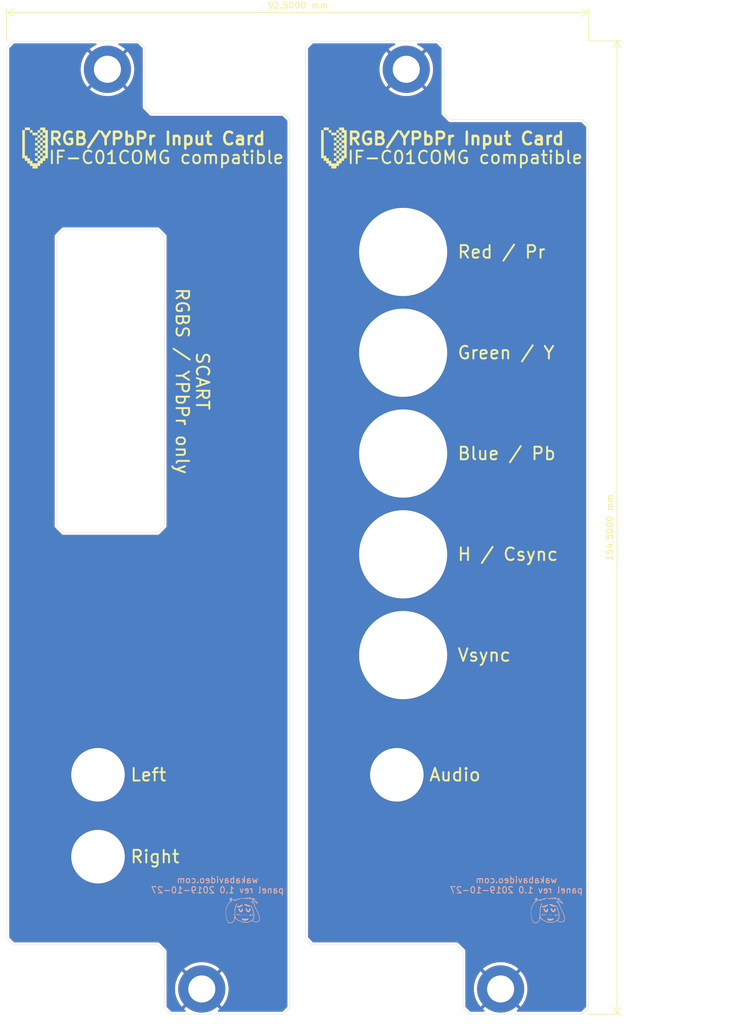
<source format=kicad_pcb>
(kicad_pcb (version 20211014) (generator pcbnew)
  (layers (0 "F.Cu" signal) (31 "B.Cu" signal) (34 "B.Paste" user) (35 "F.Paste" user) (36 "B.SilkS" user "B.Silkscreen") (37 "F.SilkS" user "F.Silkscreen") (38 "B.Mask" user) (39 "F.Mask" user) (44 "Edge.Cuts" user))
  (net 0 "")
  (net 1 "GNDA")
  (footprint "MountingHole:MountingHole_4.3mm_M4_DIN965_Pad" (layer "F.Cu") (at -104 2)
    (fp_text reference "REF**" hide)
    (fp_text value "MountingHole_4.3mm_M4_DIN965_Pad")
    (pad "1" thru_hole circle locked (at 0 0) (size 7.5 7.5) (drill 4.3) (layers *.Cu *.Mask) (net 1 "GNDA"))
  )
  (footprint "MountingHole:MountingHole_4.3mm_M4_DIN965_Pad" (layer "F.Cu") (at -89 148)
    (fp_text reference "REF**" hide)
    (fp_text value "MountingHole_4.3mm_M4_DIN965_Pad")
    (pad "1" thru_hole circle locked (at 0 0) (size 7.5 7.5) (drill 4.3) (layers *.Cu *.Mask) (net 1 "GNDA"))
  )
  (footprint "videobits:wakaba" (layer "F.Cu") (at -115.5 14.5)
    (fp_text reference "G***" hide)
    (fp_text value "LOGO" hide)
    (fp_poly (pts (xy -1.6256 -3.2512) (xy -0.8128 -3.2512) (xy -0.8128 -2.8448) (xy -1.6256 -2.8448) (xy -1.6256 -3.2512)) (layer "F.SilkS") (width 0.01) (fill solid))
    (fp_poly (pts (xy 0.8128 -3.2512) (xy 1.6256 -3.2512) (xy 1.6256 -2.8448) (xy 2.032 -2.8448) (xy 2.032 1.6256) (xy 1.6256 1.6256) (xy 1.6256 2.032) (xy 1.2192 2.032) (xy 1.2192 2.4384) (xy 0.8128 2.4384) (xy 0.8128 2.8448) (xy 0.4064 2.8448) (xy 0.4064 3.2512) (xy -0.4064 3.2512) (xy -0.4064 2.8448) (xy -0.8128 2.8448) (xy -0.8128 2.4384) (xy -1.2192 2.4384) (xy -1.2192 2.032) (xy -1.6256 2.032) (xy -1.6256 1.6256) (xy -2.032 1.6256) (xy -2.032 -2.8448) (xy -1.6256 -2.8448) (xy -1.6256 1.2192) (xy -1.2192 1.2192) (xy -1.2192 1.6256) (xy -0.8128 1.6256) (xy -0.8128 2.032) (xy -0.4064 2.032) (xy -0.4064 2.4384) (xy 0.4064 2.4384) (xy 0.4064 2.032) (xy 0.8128 2.032) (xy 0.8128 1.6256) (xy 1.2192 1.6256) (xy 1.2192 1.2192) (xy 1.6256 1.2192) (xy 1.6256 0.8128) (xy 1.2192 0.8128) (xy 1.2192 0.4064) (xy 1.6256 0.4064) (xy 1.6256 0) (xy 1.2192 0) (xy 1.2192 -0.4064) (xy 1.6256 -0.4064) (xy 1.6256 -0.8128) (xy 1.2192 -0.8128) (xy 1.2192 -1.2192) (xy 1.6256 -1.2192) (xy 1.6256 -1.6256) (xy 1.2192 -1.6256) (xy 1.2192 -2.032) (xy 1.6256 -2.032) (xy 1.6256 -2.4384) (xy 1.2192 -2.4384) (xy 1.2192 -2.8448) (xy 0.8128 -2.8448) (xy 0.8128 -3.2512)) (layer "F.SilkS") (width 0.01) (fill solid))
    (fp_poly (pts (xy 0.8128 0.8128) (xy 0.4064 0.8128) (xy 0.4064 0.4064) (xy 0.8128 0.4064) (xy 0.8128 0.8128)) (layer "F.SilkS") (width 0.01) (fill solid))
    (fp_poly (pts (xy 0 -0.4064) (xy 0 -0.8128) (xy 0.4064 -0.8128) (xy 0.4064 -0.4064) (xy 0 -0.4064)) (layer "F.SilkS") (width 0.01) (fill solid))
    (fp_poly (pts (xy 0.4064 2.032) (xy 0 2.032) (xy 0 1.6256) (xy 0.4064 1.6256) (xy 0.4064 2.032)) (layer "F.SilkS") (width 0.01) (fill solid))
    (fp_poly (pts (xy 0.8128 0) (xy 0.4064 0) (xy 0.4064 -0.4064) (xy 0.8128 -0.4064) (xy 0.8128 0)) (layer "F.SilkS") (width 0.01) (fill solid))
    (fp_poly (pts (xy 0.8128 1.6256) (xy 0.4064 1.6256) (xy 0.4064 1.2192) (xy 0.8128 1.2192) (xy 0.8128 1.6256)) (layer "F.SilkS") (width 0.01) (fill solid))
    (fp_poly (pts (xy 0 1.2192) (xy 0 0.8128) (xy 0.4064 0.8128) (xy 0.4064 1.2192) (xy 0 1.2192)) (layer "F.SilkS") (width 0.01) (fill solid))
    (fp_poly (pts (xy 0.8128 -0.8128) (xy 0.4064 -0.8128) (xy 0.4064 -1.2192) (xy 0.8128 -1.2192) (xy 0.8128 -0.8128)) (layer "F.SilkS") (width 0.01) (fill solid))
    (fp_poly (pts (xy 0.8128 0.8128) (xy 1.2192 0.8128) (xy 1.2192 1.2192) (xy 0.8128 1.2192) (xy 0.8128 0.8128)) (layer "F.SilkS") (width 0.01) (fill solid))
    (fp_poly (pts (xy 0.4064 -2.032) (xy 0.8128 -2.032) (xy 0.8128 -1.6256) (xy 0.4064 -1.6256) (xy 0.4064 -2.032)) (layer "F.SilkS") (width 0.01) (fill solid))
    (fp_poly (pts (xy 0 -1.2192) (xy 0 -1.6256) (xy 0.4064 -1.6256) (xy 0.4064 -1.2192) (xy 0 -1.2192)) (layer "F.SilkS") (width 0.01) (fill solid))
    (fp_poly (pts (xy 0.4064 -2.8448) (xy 0.8128 -2.8448) (xy 0.8128 -2.4384) (xy 0.4064 -2.4384) (xy 0.4064 -2.8448)) (layer "F.SilkS") (width 0.01) (fill solid))
    (fp_poly (pts (xy 0.8128 -1.6256) (xy 1.2192 -1.6256) (xy 1.2192 -1.2192) (xy 0.8128 -1.2192) (xy 0.8128 -1.6256)) (layer "F.SilkS") (width 0.01) (fill solid))
    (fp_poly (pts (xy 0.8128 0) (xy 1.2192 0) (xy 1.2192 0.4064) (xy 0.8128 0.4064) (xy 0.8128 0)) (layer "F.SilkS") (width 0.01) (fill solid))
    (fp_poly (pts (xy 0.8128 -0.8128) (xy 1.2192 -0.8128) (xy 1.2192 -0.4064) (xy 0.8128 -0.4064) (xy 0.8128 -0.8128)) (layer "F.SilkS") (width 0.01) (fill solid))
    (fp_poly (pts (xy 0 0.4064) (xy 0 0) (xy 0.4064 0) (xy 0.4064 0.4064) (xy 0 0.4064)) (layer "F.SilkS") (width 0.01) (fill solid))
    (fp_poly (pts (xy 0.8128 -2.4384) (xy 1.2192 -2.4384) (xy 1.2192 -2.032) (xy 0.8128 -2.032) (xy 0.8128 -2.4384)) (layer "F.SilkS") (width 0.01) (fill solid))
    (fp_poly (pts (xy -0.8128 -2.4384) (xy -0.8128 -2.8448) (xy -0.4064 -2.8448) (xy -0.4064 -2.4384) (xy -0.8128 -2.4384)) (layer "F.SilkS") (width 0.01) (fill solid))
    (fp_poly (pts (xy 0.4064 -2.4384) (xy 0.4064 -2.032) (xy -0.4064 -2.032) (xy -0.4064 -2.4384) (xy 0.4064 -2.4384)) (layer "F.SilkS") (width 0.01) (fill solid))
  )
  (footprint "videobits:wakaba" (layer "F.Cu") (at -163 14.5)
    (fp_text reference "G***" hide)
    (fp_text value "LOGO" hide)
    (fp_poly (pts (xy 0.4064 2.032) (xy 0 2.032) (xy 0 1.6256) (xy 0.4064 1.6256) (xy 0.4064 2.032)) (layer "F.SilkS") (width 0.01) (fill solid))
    (fp_poly (pts (xy 0.4064 -2.032) (xy 0.8128 -2.032) (xy 0.8128 -1.6256) (xy 0.4064 -1.6256) (xy 0.4064 -2.032)) (layer "F.SilkS") (width 0.01) (fill solid))
    (fp_poly (pts (xy 0.8128 1.6256) (xy 0.4064 1.6256) (xy 0.4064 1.2192) (xy 0.8128 1.2192) (xy 0.8128 1.6256)) (layer "F.SilkS") (width 0.01) (fill solid))
    (fp_poly (pts (xy 0.8128 0) (xy 0.4064 0) (xy 0.4064 -0.4064) (xy 0.8128 -0.4064) (xy 0.8128 0)) (layer "F.SilkS") (width 0.01) (fill solid))
    (fp_poly (pts (xy 0.8128 -2.4384) (xy 1.2192 -2.4384) (xy 1.2192 -2.032) (xy 0.8128 -2.032) (xy 0.8128 -2.4384)) (layer "F.SilkS") (width 0.01) (fill solid))
    (fp_poly (pts (xy 0 -0.4064) (xy 0 -0.8128) (xy 0.4064 -0.8128) (xy 0.4064 -0.4064) (xy 0 -0.4064)) (layer "F.SilkS") (width 0.01) (fill solid))
    (fp_poly (pts (xy 0.8128 -0.8128) (xy 1.2192 -0.8128) (xy 1.2192 -0.4064) (xy 0.8128 -0.4064) (xy 0.8128 -0.8128)) (layer "F.SilkS") (width 0.01) (fill solid))
    (fp_poly (pts (xy 0.8128 -0.8128) (xy 0.4064 -0.8128) (xy 0.4064 -1.2192) (xy 0.8128 -1.2192) (xy 0.8128 -0.8128)) (layer "F.SilkS") (width 0.01) (fill solid))
    (fp_poly (pts (xy 0.8128 0) (xy 1.2192 0) (xy 1.2192 0.4064) (xy 0.8128 0.4064) (xy 0.8128 0)) (layer "F.SilkS") (width 0.01) (fill solid))
    (fp_poly (pts (xy 0.8128 -1.6256) (xy 1.2192 -1.6256) (xy 1.2192 -1.2192) (xy 0.8128 -1.2192) (xy 0.8128 -1.6256)) (layer "F.SilkS") (width 0.01) (fill solid))
    (fp_poly (pts (xy -0.8128 -2.4384) (xy -0.8128 -2.8448) (xy -0.4064 -2.8448) (xy -0.4064 -2.4384) (xy -0.8128 -2.4384)) (layer "F.SilkS") (width 0.01) (fill solid))
    (fp_poly (pts (xy 0.4064 -2.8448) (xy 0.8128 -2.8448) (xy 0.8128 -2.4384) (xy 0.4064 -2.4384) (xy 0.4064 -2.8448)) (layer "F.SilkS") (width 0.01) (fill solid))
    (fp_poly (pts (xy 0 0.4064) (xy 0 0) (xy 0.4064 0) (xy 0.4064 0.4064) (xy 0 0.4064)) (layer "F.SilkS") (width 0.01) (fill solid))
    (fp_poly (pts (xy 0 -1.2192) (xy 0 -1.6256) (xy 0.4064 -1.6256) (xy 0.4064 -1.2192) (xy 0 -1.2192)) (layer "F.SilkS") (width 0.01) (fill solid))
    (fp_poly (pts (xy 0.4064 -2.4384) (xy 0.4064 -2.032) (xy -0.4064 -2.032) (xy -0.4064 -2.4384) (xy 0.4064 -2.4384)) (layer "F.SilkS") (width 0.01) (fill solid))
    (fp_poly (pts (xy 0.8128 0.8128) (xy 0.4064 0.8128) (xy 0.4064 0.4064) (xy 0.8128 0.4064) (xy 0.8128 0.8128)) (layer "F.SilkS") (width 0.01) (fill solid))
    (fp_poly (pts (xy 0.8128 0.8128) (xy 1.2192 0.8128) (xy 1.2192 1.2192) (xy 0.8128 1.2192) (xy 0.8128 0.8128)) (layer "F.SilkS") (width 0.01) (fill solid))
    (fp_poly (pts (xy 0.8128 -3.2512) (xy 1.6256 -3.2512) (xy 1.6256 -2.8448) (xy 2.032 -2.8448) (xy 2.032 1.6256) (xy 1.6256 1.6256) (xy 1.6256 2.032) (xy 1.2192 2.032) (xy 1.2192 2.4384) (xy 0.8128 2.4384) (xy 0.8128 2.8448) (xy 0.4064 2.8448) (xy 0.4064 3.2512) (xy -0.4064 3.2512) (xy -0.4064 2.8448) (xy -0.8128 2.8448) (xy -0.8128 2.4384) (xy -1.2192 2.4384) (xy -1.2192 2.032) (xy -1.6256 2.032) (xy -1.6256 1.6256) (xy -2.032 1.6256) (xy -2.032 -2.8448) (xy -1.6256 -2.8448) (xy -1.6256 1.2192) (xy -1.2192 1.2192) (xy -1.2192 1.6256) (xy -0.8128 1.6256) (xy -0.8128 2.032) (xy -0.4064 2.032) (xy -0.4064 2.4384) (xy 0.4064 2.4384) (xy 0.4064 2.032) (xy 0.8128 2.032) (xy 0.8128 1.6256) (xy 1.2192 1.6256) (xy 1.2192 1.2192) (xy 1.6256 1.2192) (xy 1.6256 0.8128) (xy 1.2192 0.8128) (xy 1.2192 0.4064) (xy 1.6256 0.4064) (xy 1.6256 0) (xy 1.2192 0) (xy 1.2192 -0.4064) (xy 1.6256 -0.4064) (xy 1.6256 -0.8128) (xy 1.2192 -0.8128) (xy 1.2192 -1.2192) (xy 1.6256 -1.2192) (xy 1.6256 -1.6256) (xy 1.2192 -1.6256) (xy 1.2192 -2.032) (xy 1.6256 -2.032) (xy 1.6256 -2.4384) (xy 1.2192 -2.4384) (xy 1.2192 -2.8448) (xy 0.8128 -2.8448) (xy 0.8128 -3.2512)) (layer "F.SilkS") (width 0.01) (fill solid))
    (fp_poly (pts (xy 0 1.2192) (xy 0 0.8128) (xy 0.4064 0.8128) (xy 0.4064 1.2192) (xy 0 1.2192)) (layer "F.SilkS") (width 0.01) (fill solid))
    (fp_poly (pts (xy -1.6256 -3.2512) (xy -0.8128 -3.2512) (xy -0.8128 -2.8448) (xy -1.6256 -2.8448) (xy -1.6256 -3.2512)) (layer "F.SilkS") (width 0.01) (fill solid))
  )
  (footprint "MountingHole:MountingHole_4.3mm_M4_DIN965_Pad" (layer "F.Cu") (at -151.5 2)
    (fp_text reference "REF**" hide)
    (fp_text value "MountingHole_4.3mm_M4_DIN965_Pad")
    (pad "1" thru_hole circle locked (at 0 0) (size 7.5 7.5) (drill 4.3) (layers *.Cu *.Mask) (net 1 "GNDA"))
  )
  (footprint "MountingHole:MountingHole_4.3mm_M4_DIN965_Pad" (layer "F.Cu") (at -136.5 148)
    (fp_text reference "REF**" hide)
    (fp_text value "MountingHole_4.3mm_M4_DIN965_Pad")
    (pad "1" thru_hole circle locked (at 0 0) (size 7.5 7.5) (drill 4.3) (layers *.Cu *.Mask) (net 1 "GNDA"))
  )
  (footprint "videobits:uwusmaller" (layer "B.Cu") (at -130 135.5 180)
    (fp_text reference "G***" hide)
    (fp_text value "LOGO" hide)
    (fp_poly (pts (xy 0.539089 -0.603597) (xy 0.486863 -0.685101) (xy 0.442345 -0.740833) (xy 0.334778 -0.867833) (xy 0.399921 -0.732934) (xy 0.4552 -0.634835) (xy 0.503587 -0.574611) (xy 0.507699 -0.571686) (xy 0.547716 -0.561438) (xy 0.539089 -0.603597)) (layer "B.SilkS") (width 0.01) (fill solid))
    (fp_poly (pts (xy -1.221604 -0.626888) (xy -1.243922 -0.713281) (xy -1.262561 -0.761569) (xy -1.312621 -0.864748) (xy -1.354739 -0.924757) (xy -1.365818 -0.930902) (xy -1.371834 -0.897084) (xy -1.347511 -0.812101) (xy -1.334068 -0.777996) (xy -1.293282 -0.676697) (xy -1.271257 -0.614824) (xy -1.27 -0.608663) (xy -1.237597 -0.592908) (xy -1.230811 -0.592666) (xy -1.221604 -0.626888)) (layer "B.SilkS") (width 0.01) (fill solid))
    (fp_poly (pts (xy -0.550333 1.997758) (xy -0.527769 1.939343) (xy -0.495057 1.887921) (xy -0.453226 1.842581) (xy -0.402576 1.835444) (xy -0.313197 1.865394) (xy -0.27822 1.87983) (xy -0.134155 1.925205) (xy 0.024312 1.941989) (xy 0.211765 1.928824) (xy 0.442786 1.884351) (xy 0.731961 1.807212) (xy 0.837613 1.775873) (xy 1.082454 1.703675) (xy 1.262161 1.658801) (xy 1.392256 1.642818) (xy 1.488259 1.657293) (xy 1.565689 1.703793) (xy 1.640067 1.783884) (xy 1.700236 1.862949) (xy 1.786417 1.962144) (xy 1.840406 1.983078) (xy 1.862173 1.925742) (xy 1.862667 1.907662) (xy 1.875514 1.853791) (xy 1.9297 1.839872) (xy 2.005451 1.848828) (xy 2.115879 1.852383) (xy 2.177022 1.825414) (xy 2.177283 1.824999) (xy 2.170112 1.785932) (xy 2.129748 1.77779) (xy 2.048207 1.75198) (xy 1.94546 1.688628) (xy 1.926167 1.673479) (xy 1.799167 1.569379) (xy 1.93675 1.567856) (xy 2.03042 1.555424) (xy 2.073945 1.527187) (xy 2.074333 1.524) (xy 2.038453 1.490914) (xy 1.979083 1.481553) (xy 1.932348 1.475316) (xy 1.933621 1.448489) (xy 1.989363 1.388654) (xy 2.061642 1.322803) (xy 2.29458 1.060907) (xy 2.4833 0.733324) (xy 2.594106 0.4445) (xy 2.633665 0.304051) (xy 2.660295 0.166406) (xy 2.676239 0.009638) (xy 2.68374 -0.188178) (xy 2.685055 -0.4445) (xy 2.673026 -0.823434) (xy 2.637005 -1.137588) (xy 2.572932 -1.40447) (xy 2.476747 -1.641588) (xy 2.361024 -1.8415) (xy 2.277281 -1.961106) (xy 2.209211 -2.026104) (xy 2.129644 -2.054911) (xy 2.031673 -2.064762) (xy 1.79433 -2.038798) (xy 1.662618 -1.986767) (xy 1.499239 -1.873724) (xy 1.37817 -1.712799) (xy 1.289037 -1.488833) (xy 1.267604 -1.409621) (xy 1.212705 -1.189409) (xy 1.082602 -1.359327) (xy 0.93847 -1.497063) (xy 0.728787 -1.631038) (xy 0.47259 -1.753846) (xy 0.188915 -1.858081) (xy -0.103199 -1.936336) (xy -0.384715 -1.981206) (xy -0.535979 -1.989016) (xy -0.735889 -1.97134) (xy -0.956168 -1.923353) (xy -1.165524 -1.854218) (xy -1.332664 -1.773098) (xy -1.376107 -1.743015) (xy -1.487962 -1.655029) (xy -1.6605 -1.780014) (xy -1.782683 -1.856522) (xy -1.900414 -1.894022) (xy -2.055175 -1.904896) (xy -2.079249 -1.905) (xy -2.272972 -1.888157) (xy -2.44647 -1.842842) (xy -2.578107 -1.77687) (xy -2.645362 -1.700463) (xy -2.677642 -1.562009) (xy -2.695136 -1.374142) (xy -2.695729 -1.295433) (xy -2.624667 -1.295433) (xy -2.607796 -1.5107) (xy -2.550153 -1.658714) (xy -2.441197 -1.751306) (xy -2.270384 -1.800309) (xy -2.164654 -1.811727) (xy -2.006871 -1.817734) (xy -1.896707 -1.802649) (xy -1.798188 -1.758824) (xy -1.737866 -1.72098) (xy -1.572196 -1.611344) (xy -1.691954 -1.483142) (xy -1.786269 -1.32598) (xy -1.840478 -1.110178) (xy -1.855172 -0.851341) (xy -1.830941 -0.565076) (xy -1.768375 -0.266987) (xy -1.668066 0.02732) (xy -1.631667 0.110454) (xy -1.556158 0.288752) (xy -1.494151 0.462526) (xy -1.456684 0.600105) (xy -1.452543 0.624417) (xy -1.428578 0.734199) (xy -1.397484 0.797889) (xy -1.385349 0.804334) (xy -1.357221 0.768001) (xy -1.358186 0.669936) (xy -1.384719 0.526536) (xy -1.433293 0.354199) (xy -1.500382 0.169323) (xy -1.543382 0.069363) (xy -1.672065 -0.280205) (xy -1.744153 -0.632423) (xy -1.755735 -0.964343) (xy -1.741504 -1.092856) (xy -1.662057 -1.322318) (xy -1.503002 -1.526078) (xy -1.26596 -1.702305) (xy -1.143195 -1.767836) (xy -1.013552 -1.824826) (xy -0.894239 -1.858803) (xy -0.75529 -1.875211) (xy -0.566735 -1.879497) (xy -0.529167 -1.879419) (xy -0.312505 -1.872472) (xy -0.126748 -1.849242) (xy 0.066483 -1.803108) (xy 0.256117 -1.74398) (xy 0.567714 -1.621096) (xy 0.809678 -1.478351) (xy 0.996474 -1.305708) (xy 1.10746 -1.153174) (xy 1.146873 -1.083718) (xy 1.173439 -1.014293) (xy 1.189176 -0.927548) (xy 1.196103 -0.806133) (xy 1.19624 -0.632698) (xy 1.192356 -0.423653) (xy 1.173777 -0.025326) (xy 1.135852 0.301551) (xy 1.076429 0.568433) (xy 0.993352 0.786771) (xy 0.949059 0.869887) (xy 0.882904 1.003141) (xy 0.86492 1.082798) (xy 0.888656 1.101651) (xy 0.947665 1.05249) (xy 1.021422 0.950768) (xy 1.148571 0.695058) (xy 1.229414 0.396293) (xy 1.267036 0.041144) (xy 1.270689 -0.12531) (xy 1.276795 -0.455291) (xy 1.292972 -0.773477) (xy 1.317701 -1.065071) (xy 1.349463 -1.315276) (xy 1.38674 -1.509292) (xy 1.42468 -1.625613) (xy 1.52892 -1.77428) (xy 1.672383 -1.888225) (xy 1.835598 -1.960931) (xy 1.999091 -1.985882) (xy 2.143389 -1.956561) (xy 2.227846 -1.894416) (xy 2.337581 -1.738099) (xy 2.445723 -1.531015) (xy 2.536718 -1.305906) (xy 2.584815 -1.143) (xy 2.607805 -1.002428) (xy 2.626457 -0.806443) (xy 2.638463 -0.584274) (xy 2.641698 -0.423333) (xy 2.639651 -0.189852) (xy 2.628664 -0.010324) (xy 2.604502 0.145834) (xy 2.562929 0.309206) (xy 2.521835 0.442265) (xy 2.457848 0.620706) (xy 2.389837 0.776954) (xy 2.328849 0.886752) (xy 2.306894 0.914288) (xy 2.232013 1.001256) (xy 2.189365 1.070795) (xy 2.142327 1.132656) (xy 2.051553 1.215776) (xy 2.003297 1.253335) (xy 1.846154 1.37434) (xy 1.751955 1.462708) (xy 1.711634 1.530337) (xy 1.71613 1.589128) (xy 1.728908 1.613577) (xy 1.775468 1.707327) (xy 1.76491 1.741406) (xy 1.702142 1.713774) (xy 1.62836 1.655386) (xy 1.530311 1.579046) (xy 1.437162 1.539541) (xy 1.313439 1.525284) (xy 1.226193 1.524) (xy 1.091501 1.530461) (xy 1.000248 1.547319) (xy 0.973667 1.566334) (xy 1.007409 1.608466) (xy 1.026583 1.612887) (xy 1.051326 1.62301) (xy 1.012577 1.640204) (xy 0.930698 1.659845) (xy 0.826053 1.677307) (xy 0.719004 1.687968) (xy 0.69094 1.689114) (xy 0.562372 1.706971) (xy 0.464257 1.746192) (xy 0.448785 1.758596) (xy 0.324452 1.848686) (xy 0.177195 1.8833) (xy -0.00946 1.864037) (xy -0.173425 1.819018) (xy -0.470367 1.723539) (xy -0.53777 1.819769) (xy -0.605172 1.916) (xy -0.686714 1.81525) (xy -0.752324 1.752538) (xy -0.788731 1.76514) (xy -0.790119 1.768308) (xy -0.838059 1.818958) (xy -0.927122 1.880752) (xy -1.020865 1.930894) (xy -1.07635 1.947334) (xy -1.07987 1.913714) (xy -1.058903 1.842999) (xy -1.039366 1.749268) (xy -1.075134 1.719025) (xy -1.164873 1.752831) (xy -1.209141 1.780132) (xy -1.319023 1.829236) (xy -1.450204 1.857053) (xy -1.572628 1.860767) (xy -1.656242 1.837566) (xy -1.670326 1.823312) (xy -1.651317 1.785424) (xy -1.573654 1.740966) (xy -1.548079 1.730956) (xy -1.447877 1.681696) (xy -1.430315 1.640908) (xy -1.493393 1.614831) (xy -1.587243 1.608667) (xy -1.826666 1.569227) (xy -2.03604 1.450669) (xy -2.084917 1.407554) (xy -2.17377 1.312905) (xy -2.195275 1.265575) (xy -2.150772 1.26854) (xy -2.046362 1.321958) (xy -1.921623 1.378418) (xy -1.77168 1.407583) (xy -1.595392 1.41578) (xy -1.411917 1.409183) (xy -1.310176 1.386101) (xy -1.290618 1.347025) (xy -1.353694 1.292446) (xy -1.441206 1.24799) (xy -1.60096 1.154797) (xy -1.715801 1.030438) (xy -1.801886 0.853961) (xy -1.842785 0.727252) (xy -1.889313 0.597731) (xy -1.96669 0.417033) (xy -2.064606 0.207966) (xy -2.172747 -0.00666) (xy -2.185713 -0.03131) (xy -2.345644 -0.343541) (xy -2.464004 -0.5998) (xy -2.545888 -0.814762) (xy -2.596391 -1.003099) (xy -2.620608 -1.179485) (xy -2.624667 -1.295433) (xy -2.695729 -1.295433) (xy -2.696668 -1.171016) (xy -2.681059 -0.986784) (xy -2.671747 -0.935028) (xy -2.633027 -0.807516) (xy -2.56405 -0.629937) (xy -2.474884 -0.426668) (xy -2.384326 -0.239202) (xy -2.250506 0.025019) (xy -2.149365 0.226392) (xy -2.075126 0.377498) (xy -2.022012 0.490916) (xy -1.984245 0.579228) (xy -1.956049 0.655014) (xy -1.931645 0.730855) (xy -1.918013 0.776251) (xy -1.836928 0.99588) (xy -1.738134 1.151584) (xy -1.608049 1.264005) (xy -1.589312 1.275799) (xy -1.4605 1.354351) (xy -1.608667 1.353579) (xy -1.789099 1.322972) (xy -1.998027 1.240541) (xy -2.207895 1.117921) (xy -2.265102 1.076425) (xy -2.363765 1.013539) (xy -2.409412 1.013788) (xy -2.401931 1.074207) (xy -2.34121 1.191828) (xy -2.273426 1.297128) (xy -2.089869 1.501067) (xy -1.924176 1.608581) (xy -1.7145 1.714329) (xy -1.862667 1.738717) (xy -2.010833 1.763104) (xy -1.799167 1.858973) (xy -1.606079 1.92595) (xy -1.423656 1.939023) (xy -1.390272 1.936506) (xy -1.269201 1.930514) (xy -1.216525 1.944457) (xy -1.214885 1.975085) (xy -1.202848 2.019977) (xy -1.128944 2.030111) (xy -1.008321 2.005894) (xy -0.899056 1.966586) (xy -0.795149 1.927846) (xy -0.738035 1.926174) (xy -0.698386 1.961572) (xy -0.694665 1.966586) (xy -0.633601 2.01887) (xy -0.574762 2.03045) (xy -0.550333 1.997758)) (layer "B.SilkS") (width 0.01) (fill solid))
    (fp_poly (pts (xy 0.888713 -0.577558) (xy 0.889 -0.583583) (xy 0.862779 -0.641019) (xy 0.800962 -0.723216) (xy 0.728814 -0.800823) (xy 0.671603 -0.844491) (xy 0.662519 -0.846666) (xy 0.662228 -0.817002) (xy 0.70326 -0.743463) (xy 0.718755 -0.720946) (xy 0.803979 -0.6136) (xy 0.863564 -0.563438) (xy 0.888713 -0.577558)) (layer "B.SilkS") (width 0.01) (fill solid))
    (fp_poly (pts (xy -0.286369 0.98033) (xy -0.282729 0.976996) (xy -0.257113 0.910584) (xy -0.280228 0.856085) (xy -0.347591 0.799289) (xy -0.470832 0.736983) (xy -0.628801 0.675619) (xy -0.800349 0.621646) (xy -0.964328 0.581516) (xy -1.099588 0.561678) (xy -1.184979 0.568582) (xy -1.197281 0.576393) (xy -1.223854 0.641129) (xy -1.227667 0.680668) (xy -1.200947 0.735258) (xy -1.110974 0.771471) (xy -1.04775 0.783724) (xy -0.910659 0.815586) (xy -0.737956 0.868594) (xy -0.599278 0.918939) (xy -0.44043 0.975817) (xy -0.341134 0.995363) (xy -0.286369 0.98033)) (layer "B.SilkS") (width 0.01) (fill solid))
    (fp_poly (pts (xy -0.550918 -0.711022) (xy -0.535025 -0.740833) (xy -0.541529 -0.795447) (xy -0.572829 -0.804333) (xy -0.627794 -0.770417) (xy -0.635 -0.740833) (xy -0.614547 -0.684462) (xy -0.597196 -0.677333) (xy -0.550918 -0.711022)) (layer "B.SilkS") (width 0.01) (fill solid))
    (fp_poly (pts (xy 1.008084 -0.591786) (xy 0.995984 -0.652981) (xy 0.948873 -0.738976) (xy 0.889429 -0.815087) (xy 0.841409 -0.846666) (xy 0.838357 -0.815893) (xy 0.875492 -0.738526) (xy 0.899194 -0.700201) (xy 0.960326 -0.618783) (xy 1.001152 -0.586955) (xy 1.008084 -0.591786)) (layer "B.SilkS") (width 0.01) (fill solid))
    (fp_poly (pts (xy -0.526072 0.310455) (xy -0.469171 0.249613) (xy -0.465331 0.143443) (xy -0.510048 0.008702) (xy -0.598816 -0.137851) (xy -0.66926 -0.22225) (xy -0.796845 -0.3173) (xy -0.927677 -0.328219) (xy -1.067978 -0.255487) (xy -1.070727 -0.253338) (xy -1.17427 -0.135506) (xy -1.236594 0.007931) (xy -1.247632 0.146945) (xy -1.227019 0.212878) (xy -1.164268 0.276998) (xy -1.115125 0.278451) (xy -1.049188 0.256797) (xy -1.033704 0.254) (xy -1.021147 0.217204) (xy -1.016 0.130024) (xy -0.994481 0.014645) (xy -0.941257 -0.069215) (xy -0.873326 -0.102387) (xy -0.82557 -0.084724) (xy -0.772932 -0.015598) (xy -0.719713 0.090229) (xy -0.717126 0.096654) (xy -0.652991 0.236782) (xy -0.596245 0.305439) (xy -0.536737 0.313987) (xy -0.526072 0.310455)) (layer "B.SilkS") (width 0.01) (fill solid))
    (fp_poly (pts (xy 0.150421 0.872686) (xy 0.296091 0.799942) (xy 0.321527 0.783167) (xy 0.503783 0.697393) (xy 0.637445 0.677334) (xy 0.802759 0.665797) (xy 0.89695 0.627971) (xy 0.930795 0.559033) (xy 0.931333 0.545805) (xy 0.92114 0.501635) (xy 0.878057 0.477353) (xy 0.783329 0.467291) (xy 0.666185 0.465667) (xy 0.502885 0.47217) (xy 0.381342 0.500291) (xy 0.25927 0.562955) (xy 0.18075 0.614017) (xy 0.044608 0.717662) (xy -0.014647 0.794096) (xy -0.015239 0.825683) (xy 0.044325 0.881559) (xy 0.150421 0.872686)) (layer "B.SilkS") (width 0.01) (fill solid))
    (fp_poly (pts (xy 0.651615 0.279067) (xy 0.674513 0.212765) (xy 0.677333 0.143187) (xy 0.662277 0.031343) (xy 0.606534 -0.070456) (xy 0.51298 -0.174313) (xy 0.359202 -0.296461) (xy 0.223916 -0.336361) (xy 0.106219 -0.294183) (xy 0.066473 -0.257285) (xy 0.010535 -0.155968) (xy -0.023863 -0.019852) (xy -0.030948 0.114067) (xy -0.00601 0.207253) (xy 0.056349 0.248974) (xy 0.120596 0.224323) (xy 0.163635 0.147824) (xy 0.169981 0.096579) (xy 0.181823 -0.009781) (xy 0.203827 -0.073431) (xy 0.257469 -0.098041) (xy 0.330098 -0.060906) (xy 0.404333 0.023257) (xy 0.462796 0.139736) (xy 0.46571 0.148298) (xy 0.523752 0.261532) (xy 0.59595 0.296334) (xy 0.651615 0.279067)) (layer "B.SilkS") (width 0.01) (fill solid))
    (fp_poly (pts (xy 0.283687 -0.783571) (xy 0.252766 -0.851742) (xy 0.208791 -0.888783) (xy 0.205648 -0.889) (xy 0.192342 -0.858324) (xy 0.213607 -0.800707) (xy 0.256316 -0.74) (xy 0.279593 -0.731148) (xy 0.283687 -0.783571)) (layer "B.SilkS") (width 0.01) (fill solid))
    (fp_poly (pts (xy -1.115282 -0.648606) (xy -1.115806 -0.697748) (xy -1.13957 -0.755591) (xy -1.179299 -0.844071) (xy -1.17849 -0.876408) (xy -1.13937 -0.843434) (xy -1.12318 -0.823007) (xy -1.072785 -0.769526) (xy -1.061235 -0.789955) (xy -1.084029 -0.86437) (xy -1.118455 -0.919456) (xy -1.177984 -0.917772) (xy -1.216455 -0.903506) (xy -1.243718 -0.86946) (xy -1.222515 -0.795087) (xy -1.20275 -0.754747) (xy -1.153337 -0.675281) (xy -1.118281 -0.646961) (xy -1.115282 -0.648606)) (layer "B.SilkS") (width 0.01) (fill solid))
    (fp_poly (pts (xy -1.35954 -0.664131) (xy -1.380762 -0.730927) (xy -1.418167 -0.804333) (xy -1.46226 -0.864818) (xy -1.479996 -0.848283) (xy -1.480167 -0.844174) (xy -1.457081 -0.759854) (xy -1.419513 -0.696007) (xy -1.372513 -0.648003) (xy -1.35954 -0.664131)) (layer "B.SilkS") (width 0.01) (fill solid))
    (fp_poly (pts (xy -0.179166 -0.693055) (xy -0.178549 -0.726207) (xy -0.23198 -0.782406) (xy -0.272967 -0.797792) (xy -0.328834 -0.78861) (xy -0.329451 -0.755459) (xy -0.27602 -0.699259) (xy -0.235033 -0.683873) (xy -0.179166 -0.693055)) (layer "B.SilkS") (width 0.01) (fill solid))
    (fp_poly (pts (xy 0.675925 -0.607156) (xy 0.653015 -0.662286) (xy 0.595661 -0.746618) (xy 0.592667 -0.750448) (xy 0.536118 -0.811181) (xy 0.508531 -0.818909) (xy 0.508 -0.814732) (xy 0.527836 -0.763431) (xy 0.574119 -0.694163) (xy 0.627006 -0.631453) (xy 0.666659 -0.599826) (xy 0.675925 -0.607156)) (layer "B.SilkS") (width 0.01) (fill solid))
    (fp_poly (pts (xy -1.493897 -0.659411) (xy -1.52508 -0.745707) (xy -1.574093 -0.828724) (xy -1.623662 -0.873564) (xy -1.631515 -0.874888) (xy -1.686852 -0.858461) (xy -1.693333 -0.84532) (xy -1.670723 -0.794961) (xy -1.617685 -0.72011) (xy -1.556407 -0.648068) (xy -1.509078 -0.606138) (xy -1.497816 -0.604739) (xy -1.493897 -0.659411)) (layer "B.SilkS") (width 0.01) (fill solid))
    (fp_poly (pts (xy 0.110191 -1.330053) (xy 0.112762 -1.33629) (xy 0.099781 -1.412469) (xy 0.023236 -1.520087) (xy -0.002705 -1.547956) (xy -0.124793 -1.65379) (xy -0.226032 -1.689613) (xy -0.323778 -1.660971) (xy -0.335034 -1.654141) (xy -0.417248 -1.633643) (xy -0.527876 -1.637824) (xy -0.638506 -1.63048) (xy -0.747933 -1.583673) (xy -0.841928 -1.512084) (xy -0.906262 -1.430395) (xy -0.926706 -1.353285) (xy -0.889031 -1.295436) (xy -0.869078 -1.285786) (xy -0.796023 -1.293609) (xy -0.701752 -1.344742) (xy -0.693211 -1.351263) (xy -0.610844 -1.40792) (xy -0.556874 -1.41144) (xy -0.508717 -1.376481) (xy -0.405085 -1.317464) (xy -0.313262 -1.341673) (xy -0.269222 -1.386416) (xy -0.223701 -1.433087) (xy -0.182346 -1.42113) (xy -0.13077 -1.36525) (xy -0.036166 -1.288443) (xy 0.050786 -1.275923) (xy 0.110191 -1.330053)) (layer "B.SilkS") (width 0.01) (fill solid))
  )
  (footprint "videobits:uwusmaller" (layer "B.Cu") (at -81.5 135.5 180)
    (fp_text reference "G***" hide)
    (fp_text value "LOGO" hide)
    (fp_poly (pts (xy 0.539089 -0.603597) (xy 0.486863 -0.685101) (xy 0.442345 -0.740833) (xy 0.334778 -0.867833) (xy 0.399921 -0.732934) (xy 0.4552 -0.634835) (xy 0.503587 -0.574611) (xy 0.507699 -0.571686) (xy 0.547716 -0.561438) (xy 0.539089 -0.603597)) (layer "B.SilkS") (width 0.01) (fill solid))
    (fp_poly (pts (xy 0.651615 0.279067) (xy 0.674513 0.212765) (xy 0.677333 0.143187) (xy 0.662277 0.031343) (xy 0.606534 -0.070456) (xy 0.51298 -0.174313) (xy 0.359202 -0.296461) (xy 0.223916 -0.336361) (xy 0.106219 -0.294183) (xy 0.066473 -0.257285) (xy 0.010535 -0.155968) (xy -0.023863 -0.019852) (xy -0.030948 0.114067) (xy -0.00601 0.207253) (xy 0.056349 0.248974) (xy 0.120596 0.224323) (xy 0.163635 0.147824) (xy 0.169981 0.096579) (xy 0.181823 -0.009781) (xy 0.203827 -0.073431) (xy 0.257469 -0.098041) (xy 0.330098 -0.060906) (xy 0.404333 0.023257) (xy 0.462796 0.139736) (xy 0.46571 0.148298) (xy 0.523752 0.261532) (xy 0.59595 0.296334) (xy 0.651615 0.279067)) (layer "B.SilkS") (width 0.01) (fill solid))
    (fp_poly (pts (xy -0.550918 -0.711022) (xy -0.535025 -0.740833) (xy -0.541529 -0.795447) (xy -0.572829 -0.804333) (xy -0.627794 -0.770417) (xy -0.635 -0.740833) (xy -0.614547 -0.684462) (xy -0.597196 -0.677333) (xy -0.550918 -0.711022)) (layer "B.SilkS") (width 0.01) (fill solid))
    (fp_poly (pts (xy -1.493897 -0.659411) (xy -1.52508 -0.745707) (xy -1.574093 -0.828724) (xy -1.623662 -0.873564) (xy -1.631515 -0.874888) (xy -1.686852 -0.858461) (xy -1.693333 -0.84532) (xy -1.670723 -0.794961) (xy -1.617685 -0.72011) (xy -1.556407 -0.648068) (xy -1.509078 -0.606138) (xy -1.497816 -0.604739) (xy -1.493897 -0.659411)) (layer "B.SilkS") (width 0.01) (fill solid))
    (fp_poly (pts (xy -0.550333 1.997758) (xy -0.527769 1.939343) (xy -0.495057 1.887921) (xy -0.453226 1.842581) (xy -0.402576 1.835444) (xy -0.313197 1.865394) (xy -0.27822 1.87983) (xy -0.134155 1.925205) (xy 0.024312 1.941989) (xy 0.211765 1.928824) (xy 0.442786 1.884351) (xy 0.731961 1.807212) (xy 0.837613 1.775873) (xy 1.082454 1.703675) (xy 1.262161 1.658801) (xy 1.392256 1.642818) (xy 1.488259 1.657293) (xy 1.565689 1.703793) (xy 1.640067 1.783884) (xy 1.700236 1.862949) (xy 1.786417 1.962144) (xy 1.840406 1.983078) (xy 1.862173 1.925742) (xy 1.862667 1.907662) (xy 1.875514 1.853791) (xy 1.9297 1.839872) (xy 2.005451 1.848828) (xy 2.115879 1.852383) (xy 2.177022 1.825414) (xy 2.177283 1.824999) (xy 2.170112 1.785932) (xy 2.129748 1.77779) (xy 2.048207 1.75198) (xy 1.94546 1.688628) (xy 1.926167 1.673479) (xy 1.799167 1.569379) (xy 1.93675 1.567856) (xy 2.03042 1.555424) (xy 2.073945 1.527187) (xy 2.074333 1.524) (xy 2.038453 1.490914) (xy 1.979083 1.481553) (xy 1.932348 1.475316) (xy 1.933621 1.448489) (xy 1.989363 1.388654) (xy 2.061642 1.322803) (xy 2.29458 1.060907) (xy 2.4833 0.733324) (xy 2.594106 0.4445) (xy 2.633665 0.304051) (xy 2.660295 0.166406) (xy 2.676239 0.009638) (xy 2.68374 -0.188178) (xy 2.685055 -0.4445) (xy 2.673026 -0.823434) (xy 2.637005 -1.137588) (xy 2.572932 -1.40447) (xy 2.476747 -1.641588) (xy 2.361024 -1.8415) (xy 2.277281 -1.961106) (xy 2.209211 -2.026104) (xy 2.129644 -2.054911) (xy 2.031673 -2.064762) (xy 1.79433 -2.038798) (xy 1.662618 -1.986767) (xy 1.499239 -1.873724) (xy 1.37817 -1.712799) (xy 1.289037 -1.488833) (xy 1.267604 -1.409621) (xy 1.212705 -1.189409) (xy 1.082602 -1.359327) (xy 0.93847 -1.497063) (xy 0.728787 -1.631038) (xy 0.47259 -1.753846) (xy 0.188915 -1.858081) (xy -0.103199 -1.936336) (xy -0.384715 -1.981206) (xy -0.535979 -1.989016) (xy -0.735889 -1.97134) (xy -0.956168 -1.923353) (xy -1.165524 -1.854218) (xy -1.332664 -1.773098) (xy -1.376107 -1.743015) (xy -1.487962 -1.655029) (xy -1.6605 -1.780014) (xy -1.782683 -1.856522) (xy -1.900414 -1.894022) (xy -2.055175 -1.904896) (xy -2.079249 -1.905) (xy -2.272972 -1.888157) (xy -2.44647 -1.842842) (xy -2.578107 -1.77687) (xy -2.645362 -1.700463) (xy -2.677642 -1.562009) (xy -2.695136 -1.374142) (xy -2.695729 -1.295433) (xy -2.624667 -1.295433) (xy -2.607796 -1.5107) (xy -2.550153 -1.658714) (xy -2.441197 -1.751306) (xy -2.270384 -1.800309) (xy -2.164654 -1.811727) (xy -2.006871 -1.817734) (xy -1.896707 -1.802649) (xy -1.798188 -1.758824) (xy -1.737866 -1.72098) (xy -1.572196 -1.611344) (xy -1.691954 -1.483142) (xy -1.786269 -1.32598) (xy -1.840478 -1.110178) (xy -1.855172 -0.851341) (xy -1.830941 -0.565076) (xy -1.768375 -0.266987) (xy -1.668066 0.02732) (xy -1.631667 0.110454) (xy -1.556158 0.288752) (xy -1.494151 0.462526) (xy -1.456684 0.600105) (xy -1.452543 0.624417) (xy -1.428578 0.734199) (xy -1.397484 0.797889) (xy -1.385349 0.804334) (xy -1.357221 0.768001) (xy -1.358186 0.669936) (xy -1.384719 0.526536) (xy -1.433293 0.354199) (xy -1.500382 0.169323) (xy -1.543382 0.069363) (xy -1.672065 -0.280205) (xy -1.744153 -0.632423) (xy -1.755735 -0.964343) (xy -1.741504 -1.092856) (xy -1.662057 -1.322318) (xy -1.503002 -1.526078) (xy -1.26596 -1.702305) (xy -1.143195 -1.767836) (xy -1.013552 -1.824826) (xy -0.894239 -1.858803) (xy -0.75529 -1.875211) (xy -0.566735 -1.879497) (xy -0.529167 -1.879419) (xy -0.312505 -1.872472) (xy -0.126748 -1.849242) (xy 0.066483 -1.803108) (xy 0.256117 -1.74398) (xy 0.567714 -1.621096) (xy 0.809678 -1.478351) (xy 0.996474 -1.305708) (xy 1.10746 -1.153174) (xy 1.146873 -1.083718) (xy 1.173439 -1.014293) (xy 1.189176 -0.927548) (xy 1.196103 -0.806133) (xy 1.19624 -0.632698) (xy 1.192356 -0.423653) (xy 1.173777 -0.025326) (xy 1.135852 0.301551) (xy 1.076429 0.568433) (xy 0.993352 0.786771) (xy 0.949059 0.869887) (xy 0.882904 1.003141) (xy 0.86492 1.082798) (xy 0.888656 1.101651) (xy 0.947665 1.05249) (xy 1.021422 0.950768) (xy 1.148571 0.695058) (xy 1.229414 0.396293) (xy 1.267036 0.041144) (xy 1.270689 -0.12531) (xy 1.276795 -0.455291) (xy 1.292972 -0.773477) (xy 1.317701 -1.065071) (xy 1.349463 -1.315276) (xy 1.38674 -1.509292) (xy 1.42468 -1.625613) (xy 1.52892 -1.77428) (xy 1.672383 -1.888225) (xy 1.835598 -1.960931) (xy 1.999091 -1.985882) (xy 2.143389 -1.956561) (xy 2.227846 -1.894416) (xy 2.337581 -1.738099) (xy 2.445723 -1.531015) (xy 2.536718 -1.305906) (xy 2.584815 -1.143) (xy 2.607805 -1.002428) (xy 2.626457 -0.806443) (xy 2.638463 -0.584274) (xy 2.641698 -0.423333) (xy 2.639651 -0.189852) (xy 2.628664 -0.010324) (xy 2.604502 0.145834) (xy 2.562929 0.309206) (xy 2.521835 0.442265) (xy 2.457848 0.620706) (xy 2.389837 0.776954) (xy 2.328849 0.886752) (xy 2.306894 0.914288) (xy 2.232013 1.001256) (xy 2.189365 1.070795) (xy 2.142327 1.132656) (xy 2.051553 1.215776) (xy 2.003297 1.253335) (xy 1.846154 1.37434) (xy 1.751955 1.462708) (xy 1.711634 1.530337) (xy 1.71613 1.589128) (xy 1.728908 1.613577) (xy 1.775468 1.707327) (xy 1.76491 1.741406) (xy 1.702142 1.713774) (xy 1.62836 1.655386) (xy 1.530311 1.579046) (xy 1.437162 1.539541) (xy 1.313439 1.525284) (xy 1.226193 1.524) (xy 1.091501 1.530461) (xy 1.000248 1.547319) (xy 0.973667 1.566334) (xy 1.007409 1.608466) (xy 1.026583 1.612887) (xy 1.051326 1.62301) (xy 1.012577 1.640204) (xy 0.930698 1.659845) (xy 0.826053 1.677307) (xy 0.719004 1.687968) (xy 0.69094 1.689114) (xy 0.562372 1.706971) (xy 0.464257 1.746192) (xy 0.448785 1.758596) (xy 0.324452 1.848686) (xy 0.177195 1.8833) (xy -0.00946 1.864037) (xy -0.173425 1.819018) (xy -0.470367 1.723539) (xy -0.53777 1.819769) (xy -0.605172 1.916) (xy -0.686714 1.81525) (xy -0.752324 1.752538) (xy -0.788731 1.76514) (xy -0.790119 1.768308) (xy -0.838059 1.818958) (xy -0.927122 1.880752) (xy -1.020865 1.930894) (xy -1.07635 1.947334) (xy -1.07987 1.913714) (xy -1.058903 1.842999) (xy -1.039366 1.749268) (xy -1.075134 1.719025) (xy -1.164873 1.752831) (xy -1.209141 1.780132) (xy -1.319023 1.829236) (xy -1.450204 1.857053) (xy -1.572628 1.860767) (xy -1.656242 1.837566) (xy -1.670326 1.823312) (xy -1.651317 1.785424) (xy -1.573654 1.740966) (xy -1.548079 1.730956) (xy -1.447877 1.681696) (xy -1.430315 1.640908) (xy -1.493393 1.614831) (xy -1.587243 1.608667) (xy -1.826666 1.569227) (xy -2.03604 1.450669) (xy -2.084917 1.407554) (xy -2.17377 1.312905) (xy -2.195275 1.265575) (xy -2.150772 1.26854) (xy -2.046362 1.321958) (xy -1.921623 1.378418) (xy -1.77168 1.407583) (xy -1.595392 1.41578) (xy -1.411917 1.409183) (xy -1.310176 1.386101) (xy -1.290618 1.347025) (xy -1.353694 1.292446) (xy -1.441206 1.24799) (xy -1.60096 1.154797) (xy -1.715801 1.030438) (xy -1.801886 0.853961) (xy -1.842785 0.727252) (xy -1.889313 0.597731) (xy -1.96669 0.417033) (xy -2.064606 0.207966) (xy -2.172747 -0.00666) (xy -2.185713 -0.03131) (xy -2.345644 -0.343541) (xy -2.464004 -0.5998) (xy -2.545888 -0.814762) (xy -2.596391 -1.003099) (xy -2.620608 -1.179485) (xy -2.624667 -1.295433) (xy -2.695729 -1.295433) (xy -2.696668 -1.171016) (xy -2.681059 -0.986784) (xy -2.671747 -0.935028) (xy -2.633027 -0.807516) (xy -2.56405 -0.629937) (xy -2.474884 -0.426668) (xy -2.384326 -0.239202) (xy -2.250506 0.025019) (xy -2.149365 0.226392) (xy -2.075126 0.377498) (xy -2.022012 0.490916) (xy -1.984245 0.579228) (xy -1.956049 0.655014) (xy -1.931645 0.730855) (xy -1.918013 0.776251) (xy -1.836928 0.99588) (xy -1.738134 1.151584) (xy -1.608049 1.264005) (xy -1.589312 1.275799) (xy -1.4605 1.354351) (xy -1.608667 1.353579) (xy -1.789099 1.322972) (xy -1.998027 1.240541) (xy -2.207895 1.117921) (xy -2.265102 1.076425) (xy -2.363765 1.013539) (xy -2.409412 1.013788) (xy -2.401931 1.074207) (xy -2.34121 1.191828) (xy -2.273426 1.297128) (xy -2.089869 1.501067) (xy -1.924176 1.608581) (xy -1.7145 1.714329) (xy -1.862667 1.738717) (xy -2.010833 1.763104) (xy -1.799167 1.858973) (xy -1.606079 1.92595) (xy -1.423656 1.939023) (xy -1.390272 1.936506) (xy -1.269201 1.930514) (xy -1.216525 1.944457) (xy -1.214885 1.975085) (xy -1.202848 2.019977) (xy -1.128944 2.030111) (xy -1.008321 2.005894) (xy -0.899056 1.966586) (xy -0.795149 1.927846) (xy -0.738035 1.926174) (xy -0.698386 1.961572) (xy -0.694665 1.966586) (xy -0.633601 2.01887) (xy -0.574762 2.03045) (xy -0.550333 1.997758)) (layer "B.SilkS") (width 0.01) (fill solid))
    (fp_poly (pts (xy 0.283687 -0.783571) (xy 0.252766 -0.851742) (xy 0.208791 -0.888783) (xy 0.205648 -0.889) (xy 0.192342 -0.858324) (xy 0.213607 -0.800707) (xy 0.256316 -0.74) (xy 0.279593 -0.731148) (xy 0.283687 -0.783571)) (layer "B.SilkS") (width 0.01) (fill solid))
    (fp_poly (pts (xy -0.526072 0.310455) (xy -0.469171 0.249613) (xy -0.465331 0.143443) (xy -0.510048 0.008702) (xy -0.598816 -0.137851) (xy -0.66926 -0.22225) (xy -0.796845 -0.3173) (xy -0.927677 -0.328219) (xy -1.067978 -0.255487) (xy -1.070727 -0.253338) (xy -1.17427 -0.135506) (xy -1.236594 0.007931) (xy -1.247632 0.146945) (xy -1.227019 0.212878) (xy -1.164268 0.276998) (xy -1.115125 0.278451) (xy -1.049188 0.256797) (xy -1.033704 0.254) (xy -1.021147 0.217204) (xy -1.016 0.130024) (xy -0.994481 0.014645) (xy -0.941257 -0.069215) (xy -0.873326 -0.102387) (xy -0.82557 -0.084724) (xy -0.772932 -0.015598) (xy -0.719713 0.090229) (xy -0.717126 0.096654) (xy -0.652991 0.236782) (xy -0.596245 0.305439) (xy -0.536737 0.313987) (xy -0.526072 0.310455)) (layer "B.SilkS") (width 0.01) (fill solid))
    (fp_poly (pts (xy -1.35954 -0.664131) (xy -1.380762 -0.730927) (xy -1.418167 -0.804333) (xy -1.46226 -0.864818) (xy -1.479996 -0.848283) (xy -1.480167 -0.844174) (xy -1.457081 -0.759854) (xy -1.419513 -0.696007) (xy -1.372513 -0.648003) (xy -1.35954 -0.664131)) (layer "B.SilkS") (width 0.01) (fill solid))
    (fp_poly (pts (xy -1.221604 -0.626888) (xy -1.243922 -0.713281) (xy -1.262561 -0.761569) (xy -1.312621 -0.864748) (xy -1.354739 -0.924757) (xy -1.365818 -0.930902) (xy -1.371834 -0.897084) (xy -1.347511 -0.812101) (xy -1.334068 -0.777996) (xy -1.293282 -0.676697) (xy -1.271257 -0.614824) (xy -1.27 -0.608663) (xy -1.237597 -0.592908) (xy -1.230811 -0.592666) (xy -1.221604 -0.626888)) (layer "B.SilkS") (width 0.01) (fill solid))
    (fp_poly (pts (xy 0.675925 -0.607156) (xy 0.653015 -0.662286) (xy 0.595661 -0.746618) (xy 0.592667 -0.750448) (xy 0.536118 -0.811181) (xy 0.508531 -0.818909) (xy 0.508 -0.814732) (xy 0.527836 -0.763431) (xy 0.574119 -0.694163) (xy 0.627006 -0.631453) (xy 0.666659 -0.599826) (xy 0.675925 -0.607156)) (layer "B.SilkS") (width 0.01) (fill solid))
    (fp_poly (pts (xy -0.286369 0.98033) (xy -0.282729 0.976996) (xy -0.257113 0.910584) (xy -0.280228 0.856085) (xy -0.347591 0.799289) (xy -0.470832 0.736983) (xy -0.628801 0.675619) (xy -0.800349 0.621646) (xy -0.964328 0.581516) (xy -1.099588 0.561678) (xy -1.184979 0.568582) (xy -1.197281 0.576393) (xy -1.223854 0.641129) (xy -1.227667 0.680668) (xy -1.200947 0.735258) (xy -1.110974 0.771471) (xy -1.04775 0.783724) (xy -0.910659 0.815586) (xy -0.737956 0.868594) (xy -0.599278 0.918939) (xy -0.44043 0.975817) (xy -0.341134 0.995363) (xy -0.286369 0.98033)) (layer "B.SilkS") (width 0.01) (fill solid))
    (fp_poly (pts (xy 0.110191 -1.330053) (xy 0.112762 -1.33629) (xy 0.099781 -1.412469) (xy 0.023236 -1.520087) (xy -0.002705 -1.547956) (xy -0.124793 -1.65379) (xy -0.226032 -1.689613) (xy -0.323778 -1.660971) (xy -0.335034 -1.654141) (xy -0.417248 -1.633643) (xy -0.527876 -1.637824) (xy -0.638506 -1.63048) (xy -0.747933 -1.583673) (xy -0.841928 -1.512084) (xy -0.906262 -1.430395) (xy -0.926706 -1.353285) (xy -0.889031 -1.295436) (xy -0.869078 -1.285786) (xy -0.796023 -1.293609) (xy -0.701752 -1.344742) (xy -0.693211 -1.351263) (xy -0.610844 -1.40792) (xy -0.556874 -1.41144) (xy -0.508717 -1.376481) (xy -0.405085 -1.317464) (xy -0.313262 -1.341673) (xy -0.269222 -1.386416) (xy -0.223701 -1.433087) (xy -0.182346 -1.42113) (xy -0.13077 -1.36525) (xy -0.036166 -1.288443) (xy 0.050786 -1.275923) (xy 0.110191 -1.330053)) (layer "B.SilkS") (width 0.01) (fill solid))
    (fp_poly (pts (xy -0.179166 -0.693055) (xy -0.178549 -0.726207) (xy -0.23198 -0.782406) (xy -0.272967 -0.797792) (xy -0.328834 -0.78861) (xy -0.329451 -0.755459) (xy -0.27602 -0.699259) (xy -0.235033 -0.683873) (xy -0.179166 -0.693055)) (layer "B.SilkS") (width 0.01) (fill solid))
    (fp_poly (pts (xy 1.008084 -0.591786) (xy 0.995984 -0.652981) (xy 0.948873 -0.738976) (xy 0.889429 -0.815087) (xy 0.841409 -0.846666) (xy 0.838357 -0.815893) (xy 0.875492 -0.738526) (xy 0.899194 -0.700201) (xy 0.960326 -0.618783) (xy 1.001152 -0.586955) (xy 1.008084 -0.591786)) (layer "B.SilkS") (width 0.01) (fill solid))
    (fp_poly (pts (xy 0.150421 0.872686) (xy 0.296091 0.799942) (xy 0.321527 0.783167) (xy 0.503783 0.697393) (xy 0.637445 0.677334) (xy 0.802759 0.665797) (xy 0.89695 0.627971) (xy 0.930795 0.559033) (xy 0.931333 0.545805) (xy 0.92114 0.501635) (xy 0.878057 0.477353) (xy 0.783329 0.467291) (xy 0.666185 0.465667) (xy 0.502885 0.47217) (xy 0.381342 0.500291) (xy 0.25927 0.562955) (xy 0.18075 0.614017) (xy 0.044608 0.717662) (xy -0.014647 0.794096) (xy -0.015239 0.825683) (xy 0.044325 0.881559) (xy 0.150421 0.872686)) (layer "B.SilkS") (width 0.01) (fill solid))
    (fp_poly (pts (xy -1.115282 -0.648606) (xy -1.115806 -0.697748) (xy -1.13957 -0.755591) (xy -1.179299 -0.844071) (xy -1.17849 -0.876408) (xy -1.13937 -0.843434) (xy -1.12318 -0.823007) (xy -1.072785 -0.769526) (xy -1.061235 -0.789955) (xy -1.084029 -0.86437) (xy -1.118455 -0.919456) (xy -1.177984 -0.917772) (xy -1.216455 -0.903506) (xy -1.243718 -0.86946) (xy -1.222515 -0.795087) (xy -1.20275 -0.754747) (xy -1.153337 -0.675281) (xy -1.118281 -0.646961) (xy -1.115282 -0.648606)) (layer "B.SilkS") (width 0.01) (fill solid))
    (fp_poly (pts (xy 0.888713 -0.577558) (xy 0.889 -0.583583) (xy 0.862779 -0.641019) (xy 0.800962 -0.723216) (xy 0.728814 -0.800823) (xy 0.671603 -0.844491) (xy 0.662519 -0.846666) (xy 0.662228 -0.817002) (xy 0.70326 -0.743463) (xy 0.718755 -0.720946) (xy 0.803979 -0.6136) (xy 0.863564 -0.563438) (xy 0.888713 -0.577558)) (layer "B.SilkS") (width 0.01) (fill solid))
  )
  (gr_line (start -95 142) (end -95 151) (layer "Edge.Cuts") (width 0.05))
  (gr_line (start -142.5 151) (end -141.5 152) (layer "Edge.Cuts") (width 0.05))
  (gr_line (start -145.5 -1.5) (end -146.5 -2.5) (layer "Edge.Cuts") (width 0.05))
  (gr_line (start -146.5 -2.5) (end -166.5 -2.5) (layer "Edge.Cuts") (width 0.05))
  (gr_line (start -143.5 141) (end -142.5 142) (layer "Edge.Cuts") (width 0.05))
  (gr_line (start -166.5 141) (end -143.5 141) (layer "Edge.Cuts") (width 0.05))
  (gr_line (start -122.5 10) (end -123.5 9) (layer "Edge.Cuts") (width 0.05))
  (gr_line (start -122.5 151) (end -122.5 10) (layer "Edge.Cuts") (width 0.05))
  (gr_line (start -123.5 9) (end -144.5 9) (layer "Edge.Cuts") (width 0.05))
  (gr_line (start -123.5 152) (end -122.5 151) (layer "Edge.Cuts") (width 0.05))
  (gr_line (start -167.5 -1.5) (end -167.5 140) (layer "Edge.Cuts") (width 0.05))
  (gr_line (start -142.5 142) (end -142.5 151) (layer "Edge.Cuts") (width 0.05))
  (gr_line (start -141.5 152) (end -123.5 152) (layer "Edge.Cuts") (width 0.05))
  (gr_line (start -144.5 9) (end -145.5 8) (layer "Edge.Cuts") (width 0.05))
  (gr_line (start -167.5 140) (end -166.5 141) (layer "Edge.Cuts") (width 0.05))
  (gr_line (start -145.5 8) (end -145.5 -1.5) (layer "Edge.Cuts") (width 0.05))
  (gr_line (start -166.5 -2.5) (end -167.5 -1.5) (layer "Edge.Cuts") (width 0.05))
  (gr_line (start -143.5 27.5) (end -158.5 27.5) (layer "Edge.Cuts") (width 0.05))
  (gr_line (start -96 141) (end -95 142) (layer "Edge.Cuts") (width 0.05))
  (gr_line (start -142.5 74.5) (end -142.5 28.5) (layer "Edge.Cuts") (width 0.05))
  (gr_line (start -98 9) (end -98 -1.5) (layer "Edge.Cuts") (width 0.05))
  (gr_line (start -76 10) (end -97 10) (layer "Edge.Cuts") (width 0.05))
  (gr_line locked (start -120 -1.5) (end -120 139) (layer "Edge.Cuts") (width 0.05))
  (gr_line (start -99 -2.5) (end -119 -2.5) (layer "Edge.Cuts") (width 0.05))
  (gr_line (start -94 152) (end -76 152) (layer "Edge.Cuts") (width 0.05))
  (gr_line (start -76 152) (end -75 151) (layer "Edge.Cuts") (width 0.05))
  (gr_line (start -97 10) (end -98 9) (layer "Edge.Cuts") (width 0.05))
  (gr_line (start -158.5 27.5) (end -159.5 28.5) (layer "Edge.Cuts") (width 0.05))
  (gr_line (start -158.5 75.5) (end -143.5 75.5) (layer "Edge.Cuts") (width 0.05))
  (gr_line (start -119 141) (end -96 141) (layer "Edge.Cuts") (width 0.05))
  (gr_line (start -119 -2.5) (end -120 -1.5) (layer "Edge.Cuts") (width 0.05))
  (gr_line (start -98 -1.5) (end -99 -2.5) (layer "Edge.Cuts") (width 0.05))
  (gr_line (start -142.5 28.5) (end -143.5 27.5) (layer "Edge.Cuts") (width 0.05))
  (gr_line (start -120 140) (end -119 141) (layer "Edge.Cuts") (width 0.05))
  (gr_line (start -75 11) (end -76 10) (layer "Edge.Cuts") (width 0.05))
  (gr_line (start -143.5 75.5) (end -142.5 74.5) (layer "Edge.Cuts") (width 0.05))
  (gr_line (start -159.5 28.5) (end -159.5 74.5) (layer "Edge.Cuts") (width 0.05))
  (gr_line (start -95 151) (end -94 152) (layer "Edge.Cuts") (width 0.05))
  (gr_line (start -120 140) (end -120 139) (layer "Edge.Cuts") (width 0.05))
  (gr_line (start -159.5 74.5) (end -158.5 75.5) (layer "Edge.Cuts") (width 0.05))
  (gr_line (start -75 151) (end -75 11) (layer "Edge.Cuts") (width 0.05))
  (gr_text "wakabavideo.com\npanel rev 1.0 2019-10-27" (at -134 131.5) (layer "B.SilkS") (effects (font (size 1 1)) (justify mirror)))
  (gr_text "wakabavideo.com\npanel rev 1.0 2019-10-27" (at -86.5 131.5) (layer "B.SilkS") (effects (font (size 1 1)) (justify mirror)))
  (gr_text "Audio" (at -100.5 114) (layer "F.SilkS") (effects (font (size 2 2) (thickness 0.3)) (justify left)))
  (gr_text "RGB/YPbPr Input Card" (at -113.5 13) (layer "F.SilkS") (effects (font (size 2 2) (thickness 0.4)) (justify left)))
  (gr_text "IF-C01COMG compatible" (at -113.5 16) (layer "F.SilkS") (effects (font (size 2 2) (thickness 0.3)) (justify left)))
  (gr_text "Left" (at -148 114) (layer "F.SilkS") (effects (font (size 2 2) (thickness 0.3)) (justify left)))
  (gr_text "IF-C01COMG compatible" (at -161 16) (layer "F.SilkS") (effects (font (size 2 2) (thickness 0.3)) (justify left)))
  (gr_text "Right" (at -148 127) (layer "F.SilkS") (effects (font (size 2 2) (thickness 0.3)) (justify left)))
  (gr_text "RGB/YPbPr Input Card" (at -161 13) (layer "F.SilkS") (effects (font (size 2 2) (thickness 0.4)) (justify left)))
  (gr_text "SCART\nRGBS / YPbPr only" (at -138 51.5 270) (layer "F.SilkS") (effects (font (size 2 2) (thickness 0.3))))
  (gr_text "H / Csync" (at -96 79) (layer "F.SilkS") (effects (font (size 2 2) (thickness 0.3)) (justify left)))
  (gr_text "Vsync" (at -96 95) (layer "F.SilkS") (effects (font (size 2 2) (thickness 0.3)) (justify left)))
  (gr_text "Green / Y" (at -96 47) (layer "F.SilkS") (effects (font (size 2 2) (thickness 0.3)) (justify left)))
  (gr_text "Blue / Pb" (at -96 63) (layer "F.SilkS") (effects (font (size 2 2) (thickness 0.3)) (justify left)))
  (gr_text "Red / Pr" (at -96 31) (layer "F.SilkS") (effects (font (size 2 2) (thickness 0.3)) (justify left)))
  (dimension (type aligned) (layer "F.SilkS") (pts (xy -75 -2.5) (xy -75 152)) (height -4.5) (gr_text "154.5000 mm" (at -71.65 74.75 90) (layer "F.SilkS") (effects (font (size 1 1) (thickness 0.15)))) (format (units 2) (units_format 1) (precision 4)) (style (thickness 0.12) (arrow_length 1.27) (text_position_mode 0) (extension_height 0.58642) (extension_offset 0) keep_text_aligned))
  (dimension (type aligned) (layer "F.SilkS") (pts (xy -75 -2.5) (xy -167.5 -2.5)) (height 4.5) (gr_text "92.5000 mm" (at -121.25 -8.15) (layer "F.SilkS") (effects (font (size 1 1) (thickness 0.15)))) (format (units 2) (units_format 1) (precision 4)) (style (thickness 0.12) (arrow_length 1.27) (text_position_mode 0) (extension_height 0.58642) (extension_offset 0) keep_text_aligned))
  (via (at -104.5 47) (size 15) (drill 14) (layers "F.Cu" "B.Cu") (net 1))
  (via (at -153 114) (size 9) (drill 8.5) (layers "F.Cu" "B.Cu") (net 1))
  (via (at -153 127) (size 9) (drill 8.5) (layers "F.Cu" "B.Cu") (net 1))
  (via (at -105.5 114) (size 9) (drill 8.5) (layers "F.Cu" "B.Cu") (net 1))
  (via (at -104.5 95) (size 15) (drill 14) (layers "F.Cu" "B.Cu") (net 1))
  (via (at -104.5 63) (size 15) (drill 14) (layers "F.Cu" "B.Cu") (net 1))
  (via (at -104.5 79) (size 15) (drill 14) (layers "F.Cu" "B.Cu") (net 1))
  (via (at -104.5 31) (size 15) (drill 14) (layers "F.Cu" "B.Cu") (net 1))
  (zone (net 1) (net_name "GNDA") (layer "F.Cu") (connect_pads (clearance 0.4)) (min_thickness 0.254) (fill yes (thermal_gap 0.508) (thermal_bridge_width 0.508))
    (polygon (pts (xy -168 -3) (xy -122 -3) (xy -122 152.5) (xy -168 152.5)))
  )
  (zone (net 1) (net_name "GNDA") (layer "F.Cu") (connect_pads (clearance 0.4)) (min_thickness 0.254) (fill yes (thermal_gap 0.508) (thermal_bridge_width 0.508))
    (polygon (pts (xy -120.5 -3) (xy -74.5 -3) (xy -74.5 152.5) (xy -120.5 152.5)))
  )
  (zone (net 1) (net_name "GNDA") (layer "B.Cu") (connect_pads (clearance 0.4)) (min_thickness 0.254) (fill yes (thermal_gap 0.508) (thermal_bridge_width 0.508))
    (polygon (pts (xy -168 -3) (xy -122 -3) (xy -122 152.5) (xy -168 152.5)))
  )
  (zone (net 1) (net_name "GNDA") (layer "B.Cu") (connect_pads (clearance 0.4)) (min_thickness 0.254) (fill yes (thermal_gap 0.508) (thermal_bridge_width 0.508))
    (polygon (pts (xy -120.5 -3) (xy -74.5 -3) (xy -74.5 152.5) (xy -120.5 152.5)))
  )
)
</source>
